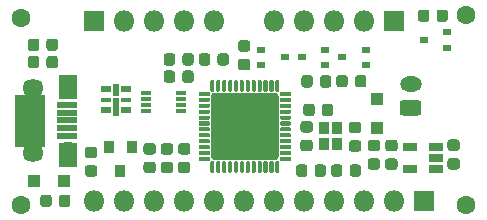
<source format=gbr>
G04 #@! TF.GenerationSoftware,KiCad,Pcbnew,(5.1.6-0-10_14)*
G04 #@! TF.CreationDate,2020-07-04T12:59:23-07:00*
G04 #@! TF.ProjectId,Compact,436f6d70-6163-4742-9e6b-696361645f70,rev?*
G04 #@! TF.SameCoordinates,Original*
G04 #@! TF.FileFunction,Soldermask,Top*
G04 #@! TF.FilePolarity,Negative*
%FSLAX46Y46*%
G04 Gerber Fmt 4.6, Leading zero omitted, Abs format (unit mm)*
G04 Created by KiCad (PCBNEW (5.1.6-0-10_14)) date 2020-07-04 12:59:23*
%MOMM*%
%LPD*%
G01*
G04 APERTURE LIST*
%ADD10C,1.601600*%
%ADD11R,1.801600X1.801600*%
%ADD12O,1.801600X1.801600*%
%ADD13R,0.801600X0.551600*%
%ADD14R,0.601600X1.581600*%
%ADD15R,0.601600X1.101600*%
%ADD16R,0.901600X0.601600*%
%ADD17R,0.901600X0.401600*%
%ADD18O,1.851600X1.301600*%
%ADD19R,0.851600X0.401600*%
%ADD20R,1.161600X0.751600*%
%ADD21R,1.101600X1.101600*%
%ADD22R,0.901600X1.001600*%
%ADD23R,2.601600X4.501600*%
%ADD24O,1.801600X1.451600*%
%ADD25O,1.601600X1.201600*%
%ADD26R,1.751600X0.501600*%
%ADD27R,1.601600X2.101600*%
G04 APERTURE END LIST*
G36*
G01*
X148575800Y-103462100D02*
X148575800Y-104262900D01*
G75*
G02*
X148487900Y-104350800I-87900J0D01*
G01*
X148312100Y-104350800D01*
G75*
G02*
X148224200Y-104262900I0J87900D01*
G01*
X148224200Y-103462100D01*
G75*
G02*
X148312100Y-103374200I87900J0D01*
G01*
X148487900Y-103374200D01*
G75*
G02*
X148575800Y-103462100I0J-87900D01*
G01*
G37*
G36*
G01*
X148075800Y-103462100D02*
X148075800Y-104262900D01*
G75*
G02*
X147987900Y-104350800I-87900J0D01*
G01*
X147812100Y-104350800D01*
G75*
G02*
X147724200Y-104262900I0J87900D01*
G01*
X147724200Y-103462100D01*
G75*
G02*
X147812100Y-103374200I87900J0D01*
G01*
X147987900Y-103374200D01*
G75*
G02*
X148075800Y-103462100I0J-87900D01*
G01*
G37*
G36*
G01*
X147575800Y-103462100D02*
X147575800Y-104262900D01*
G75*
G02*
X147487900Y-104350800I-87900J0D01*
G01*
X147312100Y-104350800D01*
G75*
G02*
X147224200Y-104262900I0J87900D01*
G01*
X147224200Y-103462100D01*
G75*
G02*
X147312100Y-103374200I87900J0D01*
G01*
X147487900Y-103374200D01*
G75*
G02*
X147575800Y-103462100I0J-87900D01*
G01*
G37*
G36*
G01*
X147075800Y-103462100D02*
X147075800Y-104262900D01*
G75*
G02*
X146987900Y-104350800I-87900J0D01*
G01*
X146812100Y-104350800D01*
G75*
G02*
X146724200Y-104262900I0J87900D01*
G01*
X146724200Y-103462100D01*
G75*
G02*
X146812100Y-103374200I87900J0D01*
G01*
X146987900Y-103374200D01*
G75*
G02*
X147075800Y-103462100I0J-87900D01*
G01*
G37*
G36*
G01*
X146575800Y-103462100D02*
X146575800Y-104262900D01*
G75*
G02*
X146487900Y-104350800I-87900J0D01*
G01*
X146312100Y-104350800D01*
G75*
G02*
X146224200Y-104262900I0J87900D01*
G01*
X146224200Y-103462100D01*
G75*
G02*
X146312100Y-103374200I87900J0D01*
G01*
X146487900Y-103374200D01*
G75*
G02*
X146575800Y-103462100I0J-87900D01*
G01*
G37*
G36*
G01*
X146075800Y-103462100D02*
X146075800Y-104262900D01*
G75*
G02*
X145987900Y-104350800I-87900J0D01*
G01*
X145812100Y-104350800D01*
G75*
G02*
X145724200Y-104262900I0J87900D01*
G01*
X145724200Y-103462100D01*
G75*
G02*
X145812100Y-103374200I87900J0D01*
G01*
X145987900Y-103374200D01*
G75*
G02*
X146075800Y-103462100I0J-87900D01*
G01*
G37*
G36*
G01*
X145575800Y-103462100D02*
X145575800Y-104262900D01*
G75*
G02*
X145487900Y-104350800I-87900J0D01*
G01*
X145312100Y-104350800D01*
G75*
G02*
X145224200Y-104262900I0J87900D01*
G01*
X145224200Y-103462100D01*
G75*
G02*
X145312100Y-103374200I87900J0D01*
G01*
X145487900Y-103374200D01*
G75*
G02*
X145575800Y-103462100I0J-87900D01*
G01*
G37*
G36*
G01*
X145075800Y-103462100D02*
X145075800Y-104262900D01*
G75*
G02*
X144987900Y-104350800I-87900J0D01*
G01*
X144812100Y-104350800D01*
G75*
G02*
X144724200Y-104262900I0J87900D01*
G01*
X144724200Y-103462100D01*
G75*
G02*
X144812100Y-103374200I87900J0D01*
G01*
X144987900Y-103374200D01*
G75*
G02*
X145075800Y-103462100I0J-87900D01*
G01*
G37*
G36*
G01*
X144575800Y-103462100D02*
X144575800Y-104262900D01*
G75*
G02*
X144487900Y-104350800I-87900J0D01*
G01*
X144312100Y-104350800D01*
G75*
G02*
X144224200Y-104262900I0J87900D01*
G01*
X144224200Y-103462100D01*
G75*
G02*
X144312100Y-103374200I87900J0D01*
G01*
X144487900Y-103374200D01*
G75*
G02*
X144575800Y-103462100I0J-87900D01*
G01*
G37*
G36*
G01*
X144075800Y-103462100D02*
X144075800Y-104262900D01*
G75*
G02*
X143987900Y-104350800I-87900J0D01*
G01*
X143812100Y-104350800D01*
G75*
G02*
X143724200Y-104262900I0J87900D01*
G01*
X143724200Y-103462100D01*
G75*
G02*
X143812100Y-103374200I87900J0D01*
G01*
X143987900Y-103374200D01*
G75*
G02*
X144075800Y-103462100I0J-87900D01*
G01*
G37*
G36*
G01*
X143575800Y-103462100D02*
X143575800Y-104262900D01*
G75*
G02*
X143487900Y-104350800I-87900J0D01*
G01*
X143312100Y-104350800D01*
G75*
G02*
X143224200Y-104262900I0J87900D01*
G01*
X143224200Y-103462100D01*
G75*
G02*
X143312100Y-103374200I87900J0D01*
G01*
X143487900Y-103374200D01*
G75*
G02*
X143575800Y-103462100I0J-87900D01*
G01*
G37*
G36*
G01*
X143075800Y-103462100D02*
X143075800Y-104262900D01*
G75*
G02*
X142987900Y-104350800I-87900J0D01*
G01*
X142812100Y-104350800D01*
G75*
G02*
X142724200Y-104262900I0J87900D01*
G01*
X142724200Y-103462100D01*
G75*
G02*
X142812100Y-103374200I87900J0D01*
G01*
X142987900Y-103374200D01*
G75*
G02*
X143075800Y-103462100I0J-87900D01*
G01*
G37*
G36*
G01*
X142700800Y-103087100D02*
X142700800Y-103262900D01*
G75*
G02*
X142612900Y-103350800I-87900J0D01*
G01*
X141812100Y-103350800D01*
G75*
G02*
X141724200Y-103262900I0J87900D01*
G01*
X141724200Y-103087100D01*
G75*
G02*
X141812100Y-102999200I87900J0D01*
G01*
X142612900Y-102999200D01*
G75*
G02*
X142700800Y-103087100I0J-87900D01*
G01*
G37*
G36*
G01*
X142700800Y-102587100D02*
X142700800Y-102762900D01*
G75*
G02*
X142612900Y-102850800I-87900J0D01*
G01*
X141812100Y-102850800D01*
G75*
G02*
X141724200Y-102762900I0J87900D01*
G01*
X141724200Y-102587100D01*
G75*
G02*
X141812100Y-102499200I87900J0D01*
G01*
X142612900Y-102499200D01*
G75*
G02*
X142700800Y-102587100I0J-87900D01*
G01*
G37*
G36*
G01*
X142700800Y-102087100D02*
X142700800Y-102262900D01*
G75*
G02*
X142612900Y-102350800I-87900J0D01*
G01*
X141812100Y-102350800D01*
G75*
G02*
X141724200Y-102262900I0J87900D01*
G01*
X141724200Y-102087100D01*
G75*
G02*
X141812100Y-101999200I87900J0D01*
G01*
X142612900Y-101999200D01*
G75*
G02*
X142700800Y-102087100I0J-87900D01*
G01*
G37*
G36*
G01*
X142700800Y-101587100D02*
X142700800Y-101762900D01*
G75*
G02*
X142612900Y-101850800I-87900J0D01*
G01*
X141812100Y-101850800D01*
G75*
G02*
X141724200Y-101762900I0J87900D01*
G01*
X141724200Y-101587100D01*
G75*
G02*
X141812100Y-101499200I87900J0D01*
G01*
X142612900Y-101499200D01*
G75*
G02*
X142700800Y-101587100I0J-87900D01*
G01*
G37*
G36*
G01*
X142700800Y-101087100D02*
X142700800Y-101262900D01*
G75*
G02*
X142612900Y-101350800I-87900J0D01*
G01*
X141812100Y-101350800D01*
G75*
G02*
X141724200Y-101262900I0J87900D01*
G01*
X141724200Y-101087100D01*
G75*
G02*
X141812100Y-100999200I87900J0D01*
G01*
X142612900Y-100999200D01*
G75*
G02*
X142700800Y-101087100I0J-87900D01*
G01*
G37*
G36*
G01*
X142700800Y-100587100D02*
X142700800Y-100762900D01*
G75*
G02*
X142612900Y-100850800I-87900J0D01*
G01*
X141812100Y-100850800D01*
G75*
G02*
X141724200Y-100762900I0J87900D01*
G01*
X141724200Y-100587100D01*
G75*
G02*
X141812100Y-100499200I87900J0D01*
G01*
X142612900Y-100499200D01*
G75*
G02*
X142700800Y-100587100I0J-87900D01*
G01*
G37*
G36*
G01*
X142700800Y-100087100D02*
X142700800Y-100262900D01*
G75*
G02*
X142612900Y-100350800I-87900J0D01*
G01*
X141812100Y-100350800D01*
G75*
G02*
X141724200Y-100262900I0J87900D01*
G01*
X141724200Y-100087100D01*
G75*
G02*
X141812100Y-99999200I87900J0D01*
G01*
X142612900Y-99999200D01*
G75*
G02*
X142700800Y-100087100I0J-87900D01*
G01*
G37*
G36*
G01*
X142700800Y-99587100D02*
X142700800Y-99762900D01*
G75*
G02*
X142612900Y-99850800I-87900J0D01*
G01*
X141812100Y-99850800D01*
G75*
G02*
X141724200Y-99762900I0J87900D01*
G01*
X141724200Y-99587100D01*
G75*
G02*
X141812100Y-99499200I87900J0D01*
G01*
X142612900Y-99499200D01*
G75*
G02*
X142700800Y-99587100I0J-87900D01*
G01*
G37*
G36*
G01*
X142700800Y-99087100D02*
X142700800Y-99262900D01*
G75*
G02*
X142612900Y-99350800I-87900J0D01*
G01*
X141812100Y-99350800D01*
G75*
G02*
X141724200Y-99262900I0J87900D01*
G01*
X141724200Y-99087100D01*
G75*
G02*
X141812100Y-98999200I87900J0D01*
G01*
X142612900Y-98999200D01*
G75*
G02*
X142700800Y-99087100I0J-87900D01*
G01*
G37*
G36*
G01*
X142700800Y-98587100D02*
X142700800Y-98762900D01*
G75*
G02*
X142612900Y-98850800I-87900J0D01*
G01*
X141812100Y-98850800D01*
G75*
G02*
X141724200Y-98762900I0J87900D01*
G01*
X141724200Y-98587100D01*
G75*
G02*
X141812100Y-98499200I87900J0D01*
G01*
X142612900Y-98499200D01*
G75*
G02*
X142700800Y-98587100I0J-87900D01*
G01*
G37*
G36*
G01*
X142700800Y-98087100D02*
X142700800Y-98262900D01*
G75*
G02*
X142612900Y-98350800I-87900J0D01*
G01*
X141812100Y-98350800D01*
G75*
G02*
X141724200Y-98262900I0J87900D01*
G01*
X141724200Y-98087100D01*
G75*
G02*
X141812100Y-97999200I87900J0D01*
G01*
X142612900Y-97999200D01*
G75*
G02*
X142700800Y-98087100I0J-87900D01*
G01*
G37*
G36*
G01*
X142700800Y-97587100D02*
X142700800Y-97762900D01*
G75*
G02*
X142612900Y-97850800I-87900J0D01*
G01*
X141812100Y-97850800D01*
G75*
G02*
X141724200Y-97762900I0J87900D01*
G01*
X141724200Y-97587100D01*
G75*
G02*
X141812100Y-97499200I87900J0D01*
G01*
X142612900Y-97499200D01*
G75*
G02*
X142700800Y-97587100I0J-87900D01*
G01*
G37*
G36*
G01*
X143075800Y-96587100D02*
X143075800Y-97387900D01*
G75*
G02*
X142987900Y-97475800I-87900J0D01*
G01*
X142812100Y-97475800D01*
G75*
G02*
X142724200Y-97387900I0J87900D01*
G01*
X142724200Y-96587100D01*
G75*
G02*
X142812100Y-96499200I87900J0D01*
G01*
X142987900Y-96499200D01*
G75*
G02*
X143075800Y-96587100I0J-87900D01*
G01*
G37*
G36*
G01*
X143575800Y-96587100D02*
X143575800Y-97387900D01*
G75*
G02*
X143487900Y-97475800I-87900J0D01*
G01*
X143312100Y-97475800D01*
G75*
G02*
X143224200Y-97387900I0J87900D01*
G01*
X143224200Y-96587100D01*
G75*
G02*
X143312100Y-96499200I87900J0D01*
G01*
X143487900Y-96499200D01*
G75*
G02*
X143575800Y-96587100I0J-87900D01*
G01*
G37*
G36*
G01*
X144075800Y-96587100D02*
X144075800Y-97387900D01*
G75*
G02*
X143987900Y-97475800I-87900J0D01*
G01*
X143812100Y-97475800D01*
G75*
G02*
X143724200Y-97387900I0J87900D01*
G01*
X143724200Y-96587100D01*
G75*
G02*
X143812100Y-96499200I87900J0D01*
G01*
X143987900Y-96499200D01*
G75*
G02*
X144075800Y-96587100I0J-87900D01*
G01*
G37*
G36*
G01*
X144575800Y-96587100D02*
X144575800Y-97387900D01*
G75*
G02*
X144487900Y-97475800I-87900J0D01*
G01*
X144312100Y-97475800D01*
G75*
G02*
X144224200Y-97387900I0J87900D01*
G01*
X144224200Y-96587100D01*
G75*
G02*
X144312100Y-96499200I87900J0D01*
G01*
X144487900Y-96499200D01*
G75*
G02*
X144575800Y-96587100I0J-87900D01*
G01*
G37*
G36*
G01*
X145075800Y-96587100D02*
X145075800Y-97387900D01*
G75*
G02*
X144987900Y-97475800I-87900J0D01*
G01*
X144812100Y-97475800D01*
G75*
G02*
X144724200Y-97387900I0J87900D01*
G01*
X144724200Y-96587100D01*
G75*
G02*
X144812100Y-96499200I87900J0D01*
G01*
X144987900Y-96499200D01*
G75*
G02*
X145075800Y-96587100I0J-87900D01*
G01*
G37*
G36*
G01*
X145575800Y-96587100D02*
X145575800Y-97387900D01*
G75*
G02*
X145487900Y-97475800I-87900J0D01*
G01*
X145312100Y-97475800D01*
G75*
G02*
X145224200Y-97387900I0J87900D01*
G01*
X145224200Y-96587100D01*
G75*
G02*
X145312100Y-96499200I87900J0D01*
G01*
X145487900Y-96499200D01*
G75*
G02*
X145575800Y-96587100I0J-87900D01*
G01*
G37*
G36*
G01*
X146075800Y-96587100D02*
X146075800Y-97387900D01*
G75*
G02*
X145987900Y-97475800I-87900J0D01*
G01*
X145812100Y-97475800D01*
G75*
G02*
X145724200Y-97387900I0J87900D01*
G01*
X145724200Y-96587100D01*
G75*
G02*
X145812100Y-96499200I87900J0D01*
G01*
X145987900Y-96499200D01*
G75*
G02*
X146075800Y-96587100I0J-87900D01*
G01*
G37*
G36*
G01*
X146575800Y-96587100D02*
X146575800Y-97387900D01*
G75*
G02*
X146487900Y-97475800I-87900J0D01*
G01*
X146312100Y-97475800D01*
G75*
G02*
X146224200Y-97387900I0J87900D01*
G01*
X146224200Y-96587100D01*
G75*
G02*
X146312100Y-96499200I87900J0D01*
G01*
X146487900Y-96499200D01*
G75*
G02*
X146575800Y-96587100I0J-87900D01*
G01*
G37*
G36*
G01*
X147075800Y-96587100D02*
X147075800Y-97387900D01*
G75*
G02*
X146987900Y-97475800I-87900J0D01*
G01*
X146812100Y-97475800D01*
G75*
G02*
X146724200Y-97387900I0J87900D01*
G01*
X146724200Y-96587100D01*
G75*
G02*
X146812100Y-96499200I87900J0D01*
G01*
X146987900Y-96499200D01*
G75*
G02*
X147075800Y-96587100I0J-87900D01*
G01*
G37*
G36*
G01*
X147575800Y-96587100D02*
X147575800Y-97387900D01*
G75*
G02*
X147487900Y-97475800I-87900J0D01*
G01*
X147312100Y-97475800D01*
G75*
G02*
X147224200Y-97387900I0J87900D01*
G01*
X147224200Y-96587100D01*
G75*
G02*
X147312100Y-96499200I87900J0D01*
G01*
X147487900Y-96499200D01*
G75*
G02*
X147575800Y-96587100I0J-87900D01*
G01*
G37*
G36*
G01*
X148075800Y-96587100D02*
X148075800Y-97387900D01*
G75*
G02*
X147987900Y-97475800I-87900J0D01*
G01*
X147812100Y-97475800D01*
G75*
G02*
X147724200Y-97387900I0J87900D01*
G01*
X147724200Y-96587100D01*
G75*
G02*
X147812100Y-96499200I87900J0D01*
G01*
X147987900Y-96499200D01*
G75*
G02*
X148075800Y-96587100I0J-87900D01*
G01*
G37*
G36*
G01*
X148575800Y-96587100D02*
X148575800Y-97387900D01*
G75*
G02*
X148487900Y-97475800I-87900J0D01*
G01*
X148312100Y-97475800D01*
G75*
G02*
X148224200Y-97387900I0J87900D01*
G01*
X148224200Y-96587100D01*
G75*
G02*
X148312100Y-96499200I87900J0D01*
G01*
X148487900Y-96499200D01*
G75*
G02*
X148575800Y-96587100I0J-87900D01*
G01*
G37*
G36*
G01*
X149575800Y-97587100D02*
X149575800Y-97762900D01*
G75*
G02*
X149487900Y-97850800I-87900J0D01*
G01*
X148687100Y-97850800D01*
G75*
G02*
X148599200Y-97762900I0J87900D01*
G01*
X148599200Y-97587100D01*
G75*
G02*
X148687100Y-97499200I87900J0D01*
G01*
X149487900Y-97499200D01*
G75*
G02*
X149575800Y-97587100I0J-87900D01*
G01*
G37*
G36*
G01*
X149575800Y-98087100D02*
X149575800Y-98262900D01*
G75*
G02*
X149487900Y-98350800I-87900J0D01*
G01*
X148687100Y-98350800D01*
G75*
G02*
X148599200Y-98262900I0J87900D01*
G01*
X148599200Y-98087100D01*
G75*
G02*
X148687100Y-97999200I87900J0D01*
G01*
X149487900Y-97999200D01*
G75*
G02*
X149575800Y-98087100I0J-87900D01*
G01*
G37*
G36*
G01*
X149575800Y-98587100D02*
X149575800Y-98762900D01*
G75*
G02*
X149487900Y-98850800I-87900J0D01*
G01*
X148687100Y-98850800D01*
G75*
G02*
X148599200Y-98762900I0J87900D01*
G01*
X148599200Y-98587100D01*
G75*
G02*
X148687100Y-98499200I87900J0D01*
G01*
X149487900Y-98499200D01*
G75*
G02*
X149575800Y-98587100I0J-87900D01*
G01*
G37*
G36*
G01*
X149575800Y-99087100D02*
X149575800Y-99262900D01*
G75*
G02*
X149487900Y-99350800I-87900J0D01*
G01*
X148687100Y-99350800D01*
G75*
G02*
X148599200Y-99262900I0J87900D01*
G01*
X148599200Y-99087100D01*
G75*
G02*
X148687100Y-98999200I87900J0D01*
G01*
X149487900Y-98999200D01*
G75*
G02*
X149575800Y-99087100I0J-87900D01*
G01*
G37*
G36*
G01*
X149575800Y-99587100D02*
X149575800Y-99762900D01*
G75*
G02*
X149487900Y-99850800I-87900J0D01*
G01*
X148687100Y-99850800D01*
G75*
G02*
X148599200Y-99762900I0J87900D01*
G01*
X148599200Y-99587100D01*
G75*
G02*
X148687100Y-99499200I87900J0D01*
G01*
X149487900Y-99499200D01*
G75*
G02*
X149575800Y-99587100I0J-87900D01*
G01*
G37*
G36*
G01*
X149575800Y-100087100D02*
X149575800Y-100262900D01*
G75*
G02*
X149487900Y-100350800I-87900J0D01*
G01*
X148687100Y-100350800D01*
G75*
G02*
X148599200Y-100262900I0J87900D01*
G01*
X148599200Y-100087100D01*
G75*
G02*
X148687100Y-99999200I87900J0D01*
G01*
X149487900Y-99999200D01*
G75*
G02*
X149575800Y-100087100I0J-87900D01*
G01*
G37*
G36*
G01*
X149575800Y-100587100D02*
X149575800Y-100762900D01*
G75*
G02*
X149487900Y-100850800I-87900J0D01*
G01*
X148687100Y-100850800D01*
G75*
G02*
X148599200Y-100762900I0J87900D01*
G01*
X148599200Y-100587100D01*
G75*
G02*
X148687100Y-100499200I87900J0D01*
G01*
X149487900Y-100499200D01*
G75*
G02*
X149575800Y-100587100I0J-87900D01*
G01*
G37*
G36*
G01*
X149575800Y-101087100D02*
X149575800Y-101262900D01*
G75*
G02*
X149487900Y-101350800I-87900J0D01*
G01*
X148687100Y-101350800D01*
G75*
G02*
X148599200Y-101262900I0J87900D01*
G01*
X148599200Y-101087100D01*
G75*
G02*
X148687100Y-100999200I87900J0D01*
G01*
X149487900Y-100999200D01*
G75*
G02*
X149575800Y-101087100I0J-87900D01*
G01*
G37*
G36*
G01*
X149575800Y-101587100D02*
X149575800Y-101762900D01*
G75*
G02*
X149487900Y-101850800I-87900J0D01*
G01*
X148687100Y-101850800D01*
G75*
G02*
X148599200Y-101762900I0J87900D01*
G01*
X148599200Y-101587100D01*
G75*
G02*
X148687100Y-101499200I87900J0D01*
G01*
X149487900Y-101499200D01*
G75*
G02*
X149575800Y-101587100I0J-87900D01*
G01*
G37*
G36*
G01*
X149575800Y-102087100D02*
X149575800Y-102262900D01*
G75*
G02*
X149487900Y-102350800I-87900J0D01*
G01*
X148687100Y-102350800D01*
G75*
G02*
X148599200Y-102262900I0J87900D01*
G01*
X148599200Y-102087100D01*
G75*
G02*
X148687100Y-101999200I87900J0D01*
G01*
X149487900Y-101999200D01*
G75*
G02*
X149575800Y-102087100I0J-87900D01*
G01*
G37*
G36*
G01*
X149575800Y-102587100D02*
X149575800Y-102762900D01*
G75*
G02*
X149487900Y-102850800I-87900J0D01*
G01*
X148687100Y-102850800D01*
G75*
G02*
X148599200Y-102762900I0J87900D01*
G01*
X148599200Y-102587100D01*
G75*
G02*
X148687100Y-102499200I87900J0D01*
G01*
X149487900Y-102499200D01*
G75*
G02*
X149575800Y-102587100I0J-87900D01*
G01*
G37*
G36*
G01*
X149575800Y-103087100D02*
X149575800Y-103262900D01*
G75*
G02*
X149487900Y-103350800I-87900J0D01*
G01*
X148687100Y-103350800D01*
G75*
G02*
X148599200Y-103262900I0J87900D01*
G01*
X148599200Y-103087100D01*
G75*
G02*
X148687100Y-102999200I87900J0D01*
G01*
X149487900Y-102999200D01*
G75*
G02*
X149575800Y-103087100I0J-87900D01*
G01*
G37*
G36*
G01*
X148500800Y-97828736D02*
X148500800Y-103021264D01*
G75*
G02*
X148246264Y-103275800I-254536J0D01*
G01*
X143053736Y-103275800D01*
G75*
G02*
X142799200Y-103021264I0J254536D01*
G01*
X142799200Y-97828736D01*
G75*
G02*
X143053736Y-97574200I254536J0D01*
G01*
X148246264Y-97574200D01*
G75*
G02*
X148500800Y-97828736I0J-254536D01*
G01*
G37*
D10*
X126725000Y-107100000D03*
X164375000Y-107075000D03*
X126700000Y-91200000D03*
X164360000Y-90960000D03*
D11*
X160840000Y-106700000D03*
D12*
X158300000Y-106700000D03*
X155760000Y-106700000D03*
X153220000Y-106700000D03*
X150680000Y-106700000D03*
X148140000Y-106700000D03*
X145600000Y-106700000D03*
X143060000Y-106700000D03*
X140520000Y-106700000D03*
X137980000Y-106700000D03*
X135440000Y-106700000D03*
X132900000Y-106700000D03*
X148130000Y-91460000D03*
X150670000Y-91460000D03*
X153210000Y-91460000D03*
X155750000Y-91460000D03*
D11*
X158290000Y-91460000D03*
D13*
X153900000Y-94560000D03*
X155900000Y-93910000D03*
X155900000Y-95210000D03*
G36*
G01*
X145308350Y-94699200D02*
X145871650Y-94699200D01*
G75*
G02*
X146115800Y-94943350I0J-244150D01*
G01*
X146115800Y-95431650D01*
G75*
G02*
X145871650Y-95675800I-244150J0D01*
G01*
X145308350Y-95675800D01*
G75*
G02*
X145064200Y-95431650I0J244150D01*
G01*
X145064200Y-94943350D01*
G75*
G02*
X145308350Y-94699200I244150J0D01*
G01*
G37*
G36*
G01*
X145308350Y-93124200D02*
X145871650Y-93124200D01*
G75*
G02*
X146115800Y-93368350I0J-244150D01*
G01*
X146115800Y-93856650D01*
G75*
G02*
X145871650Y-94100800I-244150J0D01*
G01*
X145308350Y-94100800D01*
G75*
G02*
X145064200Y-93856650I0J244150D01*
G01*
X145064200Y-93368350D01*
G75*
G02*
X145308350Y-93124200I244150J0D01*
G01*
G37*
G36*
G01*
X151999200Y-96891650D02*
X151999200Y-96328350D01*
G75*
G02*
X152243350Y-96084200I244150J0D01*
G01*
X152731650Y-96084200D01*
G75*
G02*
X152975800Y-96328350I0J-244150D01*
G01*
X152975800Y-96891650D01*
G75*
G02*
X152731650Y-97135800I-244150J0D01*
G01*
X152243350Y-97135800D01*
G75*
G02*
X151999200Y-96891650I0J244150D01*
G01*
G37*
G36*
G01*
X150424200Y-96891650D02*
X150424200Y-96328350D01*
G75*
G02*
X150668350Y-96084200I244150J0D01*
G01*
X151156650Y-96084200D01*
G75*
G02*
X151400800Y-96328350I0J-244150D01*
G01*
X151400800Y-96891650D01*
G75*
G02*
X151156650Y-97135800I-244150J0D01*
G01*
X150668350Y-97135800D01*
G75*
G02*
X150424200Y-96891650I0J244150D01*
G01*
G37*
G36*
G01*
X154370800Y-96308350D02*
X154370800Y-96871650D01*
G75*
G02*
X154126650Y-97115800I-244150J0D01*
G01*
X153638350Y-97115800D01*
G75*
G02*
X153394200Y-96871650I0J244150D01*
G01*
X153394200Y-96308350D01*
G75*
G02*
X153638350Y-96064200I244150J0D01*
G01*
X154126650Y-96064200D01*
G75*
G02*
X154370800Y-96308350I0J-244150D01*
G01*
G37*
G36*
G01*
X155945800Y-96308350D02*
X155945800Y-96871650D01*
G75*
G02*
X155701650Y-97115800I-244150J0D01*
G01*
X155213350Y-97115800D01*
G75*
G02*
X154969200Y-96871650I0J244150D01*
G01*
X154969200Y-96308350D01*
G75*
G02*
X155213350Y-96064200I244150J0D01*
G01*
X155701650Y-96064200D01*
G75*
G02*
X155945800Y-96308350I0J-244150D01*
G01*
G37*
G36*
G01*
X161874200Y-91336650D02*
X161874200Y-90773350D01*
G75*
G02*
X162118350Y-90529200I244150J0D01*
G01*
X162606650Y-90529200D01*
G75*
G02*
X162850800Y-90773350I0J-244150D01*
G01*
X162850800Y-91336650D01*
G75*
G02*
X162606650Y-91580800I-244150J0D01*
G01*
X162118350Y-91580800D01*
G75*
G02*
X161874200Y-91336650I0J244150D01*
G01*
G37*
G36*
G01*
X160299200Y-91336650D02*
X160299200Y-90773350D01*
G75*
G02*
X160543350Y-90529200I244150J0D01*
G01*
X161031650Y-90529200D01*
G75*
G02*
X161275800Y-90773350I0J-244150D01*
G01*
X161275800Y-91336650D01*
G75*
G02*
X161031650Y-91580800I-244150J0D01*
G01*
X160543350Y-91580800D01*
G75*
G02*
X160299200Y-91336650I0J244150D01*
G01*
G37*
X149025000Y-94575000D03*
X147025000Y-95225000D03*
X147025000Y-93925000D03*
X150475000Y-94575000D03*
X152475000Y-93925000D03*
X152475000Y-95225000D03*
X160800000Y-93100000D03*
X162800000Y-92450000D03*
X162800000Y-93750000D03*
D14*
X134700000Y-98740000D03*
D15*
X134700000Y-97320000D03*
D16*
X135550000Y-97250000D03*
X135550000Y-99050000D03*
D17*
X135550000Y-98150000D03*
D16*
X133850000Y-99050000D03*
D17*
X133850000Y-98150000D03*
D16*
X133850000Y-97250000D03*
G36*
G01*
X160329634Y-99500800D02*
X159020366Y-99500800D01*
G75*
G02*
X158749200Y-99229634I0J271166D01*
G01*
X158749200Y-98470366D01*
G75*
G02*
X159020366Y-98199200I271166J0D01*
G01*
X160329634Y-98199200D01*
G75*
G02*
X160600800Y-98470366I0J-271166D01*
G01*
X160600800Y-99229634D01*
G75*
G02*
X160329634Y-99500800I-271166J0D01*
G01*
G37*
D18*
X159675000Y-96850000D03*
D19*
X140200000Y-97600000D03*
X140200000Y-98100000D03*
X140200000Y-98600000D03*
X140200000Y-99100000D03*
X137300000Y-99100000D03*
X137300000Y-98600000D03*
X137300000Y-98100000D03*
X137300000Y-97600000D03*
D20*
X159590000Y-104050000D03*
X159590000Y-102150000D03*
X161790000Y-102150000D03*
X161790000Y-103100000D03*
X161790000Y-104050000D03*
G36*
G01*
X128849200Y-93796650D02*
X128849200Y-93233350D01*
G75*
G02*
X129093350Y-92989200I244150J0D01*
G01*
X129581650Y-92989200D01*
G75*
G02*
X129825800Y-93233350I0J-244150D01*
G01*
X129825800Y-93796650D01*
G75*
G02*
X129581650Y-94040800I-244150J0D01*
G01*
X129093350Y-94040800D01*
G75*
G02*
X128849200Y-93796650I0J244150D01*
G01*
G37*
G36*
G01*
X127274200Y-93796650D02*
X127274200Y-93233350D01*
G75*
G02*
X127518350Y-92989200I244150J0D01*
G01*
X128006650Y-92989200D01*
G75*
G02*
X128250800Y-93233350I0J-244150D01*
G01*
X128250800Y-93796650D01*
G75*
G02*
X128006650Y-94040800I-244150J0D01*
G01*
X127518350Y-94040800D01*
G75*
G02*
X127274200Y-93796650I0J244150D01*
G01*
G37*
G36*
G01*
X156293350Y-103124200D02*
X156856650Y-103124200D01*
G75*
G02*
X157100800Y-103368350I0J-244150D01*
G01*
X157100800Y-103856650D01*
G75*
G02*
X156856650Y-104100800I-244150J0D01*
G01*
X156293350Y-104100800D01*
G75*
G02*
X156049200Y-103856650I0J244150D01*
G01*
X156049200Y-103368350D01*
G75*
G02*
X156293350Y-103124200I244150J0D01*
G01*
G37*
G36*
G01*
X156293350Y-101549200D02*
X156856650Y-101549200D01*
G75*
G02*
X157100800Y-101793350I0J-244150D01*
G01*
X157100800Y-102281650D01*
G75*
G02*
X156856650Y-102525800I-244150J0D01*
G01*
X156293350Y-102525800D01*
G75*
G02*
X156049200Y-102281650I0J244150D01*
G01*
X156049200Y-101793350D01*
G75*
G02*
X156293350Y-101549200I244150J0D01*
G01*
G37*
G36*
G01*
X128849200Y-95256650D02*
X128849200Y-94693350D01*
G75*
G02*
X129093350Y-94449200I244150J0D01*
G01*
X129581650Y-94449200D01*
G75*
G02*
X129825800Y-94693350I0J-244150D01*
G01*
X129825800Y-95256650D01*
G75*
G02*
X129581650Y-95500800I-244150J0D01*
G01*
X129093350Y-95500800D01*
G75*
G02*
X128849200Y-95256650I0J244150D01*
G01*
G37*
G36*
G01*
X127274200Y-95256650D02*
X127274200Y-94693350D01*
G75*
G02*
X127518350Y-94449200I244150J0D01*
G01*
X128006650Y-94449200D01*
G75*
G02*
X128250800Y-94693350I0J-244150D01*
G01*
X128250800Y-95256650D01*
G75*
G02*
X128006650Y-95500800I-244150J0D01*
G01*
X127518350Y-95500800D01*
G75*
G02*
X127274200Y-95256650I0J244150D01*
G01*
G37*
G36*
G01*
X163043350Y-103104200D02*
X163606650Y-103104200D01*
G75*
G02*
X163850800Y-103348350I0J-244150D01*
G01*
X163850800Y-103836650D01*
G75*
G02*
X163606650Y-104080800I-244150J0D01*
G01*
X163043350Y-104080800D01*
G75*
G02*
X162799200Y-103836650I0J244150D01*
G01*
X162799200Y-103348350D01*
G75*
G02*
X163043350Y-103104200I244150J0D01*
G01*
G37*
G36*
G01*
X163043350Y-101529200D02*
X163606650Y-101529200D01*
G75*
G02*
X163850800Y-101773350I0J-244150D01*
G01*
X163850800Y-102261650D01*
G75*
G02*
X163606650Y-102505800I-244150J0D01*
G01*
X163043350Y-102505800D01*
G75*
G02*
X162799200Y-102261650I0J244150D01*
G01*
X162799200Y-101773350D01*
G75*
G02*
X163043350Y-101529200I244150J0D01*
G01*
G37*
G36*
G01*
X157768350Y-103124200D02*
X158331650Y-103124200D01*
G75*
G02*
X158575800Y-103368350I0J-244150D01*
G01*
X158575800Y-103856650D01*
G75*
G02*
X158331650Y-104100800I-244150J0D01*
G01*
X157768350Y-104100800D01*
G75*
G02*
X157524200Y-103856650I0J244150D01*
G01*
X157524200Y-103368350D01*
G75*
G02*
X157768350Y-103124200I244150J0D01*
G01*
G37*
G36*
G01*
X157768350Y-101549200D02*
X158331650Y-101549200D01*
G75*
G02*
X158575800Y-101793350I0J-244150D01*
G01*
X158575800Y-102281650D01*
G75*
G02*
X158331650Y-102525800I-244150J0D01*
G01*
X157768350Y-102525800D01*
G75*
G02*
X157524200Y-102281650I0J244150D01*
G01*
X157524200Y-101793350D01*
G75*
G02*
X157768350Y-101549200I244150J0D01*
G01*
G37*
D21*
X156800000Y-100570000D03*
X156800000Y-98070000D03*
D12*
X143040000Y-91460000D03*
X140500000Y-91460000D03*
X137960000Y-91460000D03*
X135420000Y-91460000D03*
D11*
X132880000Y-91460000D03*
G36*
G01*
X139336650Y-102810800D02*
X138773350Y-102810800D01*
G75*
G02*
X138529200Y-102566650I0J244150D01*
G01*
X138529200Y-102078350D01*
G75*
G02*
X138773350Y-101834200I244150J0D01*
G01*
X139336650Y-101834200D01*
G75*
G02*
X139580800Y-102078350I0J-244150D01*
G01*
X139580800Y-102566650D01*
G75*
G02*
X139336650Y-102810800I-244150J0D01*
G01*
G37*
G36*
G01*
X139336650Y-104385800D02*
X138773350Y-104385800D01*
G75*
G02*
X138529200Y-104141650I0J244150D01*
G01*
X138529200Y-103653350D01*
G75*
G02*
X138773350Y-103409200I244150J0D01*
G01*
X139336650Y-103409200D01*
G75*
G02*
X139580800Y-103653350I0J-244150D01*
G01*
X139580800Y-104141650D01*
G75*
G02*
X139336650Y-104385800I-244150J0D01*
G01*
G37*
G36*
G01*
X137871650Y-102810800D02*
X137308350Y-102810800D01*
G75*
G02*
X137064200Y-102566650I0J244150D01*
G01*
X137064200Y-102078350D01*
G75*
G02*
X137308350Y-101834200I244150J0D01*
G01*
X137871650Y-101834200D01*
G75*
G02*
X138115800Y-102078350I0J-244150D01*
G01*
X138115800Y-102566650D01*
G75*
G02*
X137871650Y-102810800I-244150J0D01*
G01*
G37*
G36*
G01*
X137871650Y-104385800D02*
X137308350Y-104385800D01*
G75*
G02*
X137064200Y-104141650I0J244150D01*
G01*
X137064200Y-103653350D01*
G75*
G02*
X137308350Y-103409200I244150J0D01*
G01*
X137871650Y-103409200D01*
G75*
G02*
X138115800Y-103653350I0J-244150D01*
G01*
X138115800Y-104141650D01*
G75*
G02*
X137871650Y-104385800I-244150J0D01*
G01*
G37*
D22*
X152375000Y-101925000D03*
X152375000Y-100525000D03*
X153475000Y-100525000D03*
X153475000Y-101925000D03*
X135105000Y-104195000D03*
X134155000Y-102195000D03*
X136055000Y-102195000D03*
D23*
X127440000Y-99930000D03*
D24*
X127710000Y-102635000D03*
X127710000Y-97175000D03*
D25*
X130710000Y-102325000D03*
X130710000Y-97485000D03*
D26*
X130590000Y-101205000D03*
X130590000Y-100555000D03*
X130590000Y-99905000D03*
X130590000Y-99255000D03*
X130590000Y-98605000D03*
D27*
X130710000Y-102805000D03*
X130690000Y-97055000D03*
D21*
X127825000Y-105025000D03*
X130325000Y-105025000D03*
G36*
G01*
X154509200Y-104446650D02*
X154509200Y-103883350D01*
G75*
G02*
X154753350Y-103639200I244150J0D01*
G01*
X155241650Y-103639200D01*
G75*
G02*
X155485800Y-103883350I0J-244150D01*
G01*
X155485800Y-104446650D01*
G75*
G02*
X155241650Y-104690800I-244150J0D01*
G01*
X154753350Y-104690800D01*
G75*
G02*
X154509200Y-104446650I0J244150D01*
G01*
G37*
G36*
G01*
X152934200Y-104446650D02*
X152934200Y-103883350D01*
G75*
G02*
X153178350Y-103639200I244150J0D01*
G01*
X153666650Y-103639200D01*
G75*
G02*
X153910800Y-103883350I0J-244150D01*
G01*
X153910800Y-104446650D01*
G75*
G02*
X153666650Y-104690800I-244150J0D01*
G01*
X153178350Y-104690800D01*
G75*
G02*
X152934200Y-104446650I0J244150D01*
G01*
G37*
G36*
G01*
X140796650Y-104385800D02*
X140233350Y-104385800D01*
G75*
G02*
X139989200Y-104141650I0J244150D01*
G01*
X139989200Y-103653350D01*
G75*
G02*
X140233350Y-103409200I244150J0D01*
G01*
X140796650Y-103409200D01*
G75*
G02*
X141040800Y-103653350I0J-244150D01*
G01*
X141040800Y-104141650D01*
G75*
G02*
X140796650Y-104385800I-244150J0D01*
G01*
G37*
G36*
G01*
X140796650Y-102810800D02*
X140233350Y-102810800D01*
G75*
G02*
X139989200Y-102566650I0J244150D01*
G01*
X139989200Y-102078350D01*
G75*
G02*
X140233350Y-101834200I244150J0D01*
G01*
X140796650Y-101834200D01*
G75*
G02*
X141040800Y-102078350I0J-244150D01*
G01*
X141040800Y-102566650D01*
G75*
G02*
X140796650Y-102810800I-244150J0D01*
G01*
G37*
G36*
G01*
X142725800Y-94468350D02*
X142725800Y-95031650D01*
G75*
G02*
X142481650Y-95275800I-244150J0D01*
G01*
X141993350Y-95275800D01*
G75*
G02*
X141749200Y-95031650I0J244150D01*
G01*
X141749200Y-94468350D01*
G75*
G02*
X141993350Y-94224200I244150J0D01*
G01*
X142481650Y-94224200D01*
G75*
G02*
X142725800Y-94468350I0J-244150D01*
G01*
G37*
G36*
G01*
X144300800Y-94468350D02*
X144300800Y-95031650D01*
G75*
G02*
X144056650Y-95275800I-244150J0D01*
G01*
X143568350Y-95275800D01*
G75*
G02*
X143324200Y-95031650I0J244150D01*
G01*
X143324200Y-94468350D01*
G75*
G02*
X143568350Y-94224200I244150J0D01*
G01*
X144056650Y-94224200D01*
G75*
G02*
X144300800Y-94468350I0J-244150D01*
G01*
G37*
G36*
G01*
X129300800Y-106443350D02*
X129300800Y-107006650D01*
G75*
G02*
X129056650Y-107250800I-244150J0D01*
G01*
X128568350Y-107250800D01*
G75*
G02*
X128324200Y-107006650I0J244150D01*
G01*
X128324200Y-106443350D01*
G75*
G02*
X128568350Y-106199200I244150J0D01*
G01*
X129056650Y-106199200D01*
G75*
G02*
X129300800Y-106443350I0J-244150D01*
G01*
G37*
G36*
G01*
X130875800Y-106443350D02*
X130875800Y-107006650D01*
G75*
G02*
X130631650Y-107250800I-244150J0D01*
G01*
X130143350Y-107250800D01*
G75*
G02*
X129899200Y-107006650I0J244150D01*
G01*
X129899200Y-106443350D01*
G75*
G02*
X130143350Y-106199200I244150J0D01*
G01*
X130631650Y-106199200D01*
G75*
G02*
X130875800Y-106443350I0J-244150D01*
G01*
G37*
G36*
G01*
X150593350Y-101549200D02*
X151156650Y-101549200D01*
G75*
G02*
X151400800Y-101793350I0J-244150D01*
G01*
X151400800Y-102281650D01*
G75*
G02*
X151156650Y-102525800I-244150J0D01*
G01*
X150593350Y-102525800D01*
G75*
G02*
X150349200Y-102281650I0J244150D01*
G01*
X150349200Y-101793350D01*
G75*
G02*
X150593350Y-101549200I244150J0D01*
G01*
G37*
G36*
G01*
X150593350Y-99974200D02*
X151156650Y-99974200D01*
G75*
G02*
X151400800Y-100218350I0J-244150D01*
G01*
X151400800Y-100706650D01*
G75*
G02*
X151156650Y-100950800I-244150J0D01*
G01*
X150593350Y-100950800D01*
G75*
G02*
X150349200Y-100706650I0J244150D01*
G01*
X150349200Y-100218350D01*
G75*
G02*
X150593350Y-99974200I244150J0D01*
G01*
G37*
G36*
G01*
X155256650Y-102575800D02*
X154693350Y-102575800D01*
G75*
G02*
X154449200Y-102331650I0J244150D01*
G01*
X154449200Y-101843350D01*
G75*
G02*
X154693350Y-101599200I244150J0D01*
G01*
X155256650Y-101599200D01*
G75*
G02*
X155500800Y-101843350I0J-244150D01*
G01*
X155500800Y-102331650D01*
G75*
G02*
X155256650Y-102575800I-244150J0D01*
G01*
G37*
G36*
G01*
X155256650Y-101000800D02*
X154693350Y-101000800D01*
G75*
G02*
X154449200Y-100756650I0J244150D01*
G01*
X154449200Y-100268350D01*
G75*
G02*
X154693350Y-100024200I244150J0D01*
G01*
X155256650Y-100024200D01*
G75*
G02*
X155500800Y-100268350I0J-244150D01*
G01*
X155500800Y-100756650D01*
G75*
G02*
X155256650Y-101000800I-244150J0D01*
G01*
G37*
G36*
G01*
X150950800Y-103888350D02*
X150950800Y-104451650D01*
G75*
G02*
X150706650Y-104695800I-244150J0D01*
G01*
X150218350Y-104695800D01*
G75*
G02*
X149974200Y-104451650I0J244150D01*
G01*
X149974200Y-103888350D01*
G75*
G02*
X150218350Y-103644200I244150J0D01*
G01*
X150706650Y-103644200D01*
G75*
G02*
X150950800Y-103888350I0J-244150D01*
G01*
G37*
G36*
G01*
X152525800Y-103888350D02*
X152525800Y-104451650D01*
G75*
G02*
X152281650Y-104695800I-244150J0D01*
G01*
X151793350Y-104695800D01*
G75*
G02*
X151549200Y-104451650I0J244150D01*
G01*
X151549200Y-103888350D01*
G75*
G02*
X151793350Y-103644200I244150J0D01*
G01*
X152281650Y-103644200D01*
G75*
G02*
X152525800Y-103888350I0J-244150D01*
G01*
G37*
G36*
G01*
X132906650Y-103100800D02*
X132343350Y-103100800D01*
G75*
G02*
X132099200Y-102856650I0J244150D01*
G01*
X132099200Y-102368350D01*
G75*
G02*
X132343350Y-102124200I244150J0D01*
G01*
X132906650Y-102124200D01*
G75*
G02*
X133150800Y-102368350I0J-244150D01*
G01*
X133150800Y-102856650D01*
G75*
G02*
X132906650Y-103100800I-244150J0D01*
G01*
G37*
G36*
G01*
X132906650Y-104675800D02*
X132343350Y-104675800D01*
G75*
G02*
X132099200Y-104431650I0J244150D01*
G01*
X132099200Y-103943350D01*
G75*
G02*
X132343350Y-103699200I244150J0D01*
G01*
X132906650Y-103699200D01*
G75*
G02*
X133150800Y-103943350I0J-244150D01*
G01*
X133150800Y-104431650D01*
G75*
G02*
X132906650Y-104675800I-244150J0D01*
G01*
G37*
G36*
G01*
X140349200Y-95031650D02*
X140349200Y-94468350D01*
G75*
G02*
X140593350Y-94224200I244150J0D01*
G01*
X141081650Y-94224200D01*
G75*
G02*
X141325800Y-94468350I0J-244150D01*
G01*
X141325800Y-95031650D01*
G75*
G02*
X141081650Y-95275800I-244150J0D01*
G01*
X140593350Y-95275800D01*
G75*
G02*
X140349200Y-95031650I0J244150D01*
G01*
G37*
G36*
G01*
X138774200Y-95031650D02*
X138774200Y-94468350D01*
G75*
G02*
X139018350Y-94224200I244150J0D01*
G01*
X139506650Y-94224200D01*
G75*
G02*
X139750800Y-94468350I0J-244150D01*
G01*
X139750800Y-95031650D01*
G75*
G02*
X139506650Y-95275800I-244150J0D01*
G01*
X139018350Y-95275800D01*
G75*
G02*
X138774200Y-95031650I0J244150D01*
G01*
G37*
G36*
G01*
X140349200Y-96491650D02*
X140349200Y-95928350D01*
G75*
G02*
X140593350Y-95684200I244150J0D01*
G01*
X141081650Y-95684200D01*
G75*
G02*
X141325800Y-95928350I0J-244150D01*
G01*
X141325800Y-96491650D01*
G75*
G02*
X141081650Y-96735800I-244150J0D01*
G01*
X140593350Y-96735800D01*
G75*
G02*
X140349200Y-96491650I0J244150D01*
G01*
G37*
G36*
G01*
X138774200Y-96491650D02*
X138774200Y-95928350D01*
G75*
G02*
X139018350Y-95684200I244150J0D01*
G01*
X139506650Y-95684200D01*
G75*
G02*
X139750800Y-95928350I0J-244150D01*
G01*
X139750800Y-96491650D01*
G75*
G02*
X139506650Y-96735800I-244150J0D01*
G01*
X139018350Y-96735800D01*
G75*
G02*
X138774200Y-96491650I0J244150D01*
G01*
G37*
G36*
G01*
X152174200Y-99306650D02*
X152174200Y-98743350D01*
G75*
G02*
X152418350Y-98499200I244150J0D01*
G01*
X152906650Y-98499200D01*
G75*
G02*
X153150800Y-98743350I0J-244150D01*
G01*
X153150800Y-99306650D01*
G75*
G02*
X152906650Y-99550800I-244150J0D01*
G01*
X152418350Y-99550800D01*
G75*
G02*
X152174200Y-99306650I0J244150D01*
G01*
G37*
G36*
G01*
X150599200Y-99306650D02*
X150599200Y-98743350D01*
G75*
G02*
X150843350Y-98499200I244150J0D01*
G01*
X151331650Y-98499200D01*
G75*
G02*
X151575800Y-98743350I0J-244150D01*
G01*
X151575800Y-99306650D01*
G75*
G02*
X151331650Y-99550800I-244150J0D01*
G01*
X150843350Y-99550800D01*
G75*
G02*
X150599200Y-99306650I0J244150D01*
G01*
G37*
M02*

</source>
